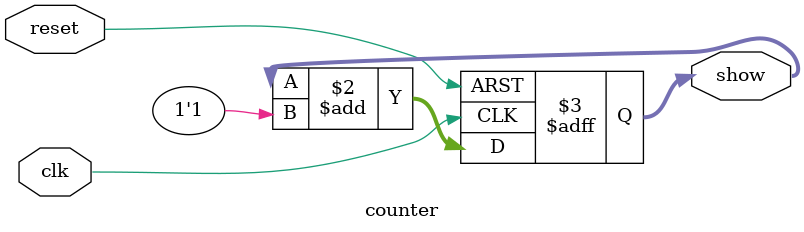
<source format=v>
module counter (
    input clk,
    input reset,
    output reg [7:0] show
);

always @(posedge clk or posedge reset) begin
    if (reset)
        show <= 8'd0;
    else
        show <= show + 1'b1;
end

endmodule

</source>
